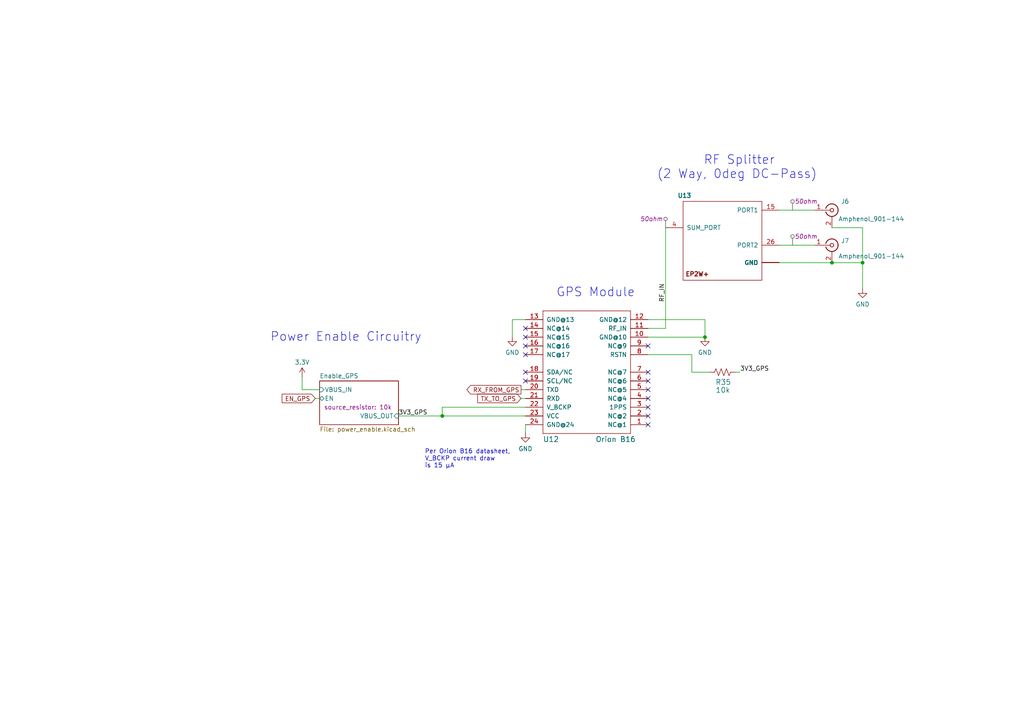
<source format=kicad_sch>
(kicad_sch (version 20250114) (generator "eeschema") (generator_version "9.0")
  (paper "A4")
  (title_block (title "ADCS Main Board") (date "2025-04-07") (rev "1.2") (company "Stanford Student Space Initiative") (comment 1 "Sage Wu"))
  (lib_symbols
    (symbol "Connector:Conn_Coaxial" (pin_names (offset 1.016) (hide yes))
      (property "Reference" "J" (at 0.254 3.048 0))
      (property "Value" "Conn_Coaxial" (at 2.921 0 90))
      (symbol "Conn_Coaxial_0_1"
        (polyline (pts (xy -2.54 0) (xy -0.508 0)))
        (arc (start 1.778 0) (mid 0.222 -1.8079) (end -1.778 -0.508) (stroke (width 0.254)))
        (arc (start -1.778 0.508) (mid 0.2221 1.8084) (end 1.778 0) (stroke (width 0.254)))
        (circle (center 0 0) (radius 0.508) (stroke (width 0.2032)))
        (polyline (pts (xy 0 -2.54) (xy 0 -1.778)))
      )
      (symbol "Conn_Coaxial_1_1"
        (pin passive line (at -5.08 0 0) (length 2.54) (name "In") (number "1"))
        (pin passive line (at 0 -5.08 90) (length 2.54) (name "Ext") (number "2"))
      )
    )
    (symbol "Device:R_US" (pin_numbers (hide yes)) (pin_names (offset 0))
      (property "Reference" "R" (at 2.54 0 90))
      (property "Value" "R_US" (at -2.54 0 90))
      (symbol "R_US_0_1"
        (polyline (pts (xy 0 2.286) (xy 0 2.54)))
        (polyline (pts (xy 0 2.286) (xy 1.016 1.905) (xy 0 1.524) (xy -1.016 1.143) (xy 0 0.762)))
        (polyline (pts (xy 0 0.762) (xy 1.016 0.381) (xy 0 0) (xy -1.016 -0.381) (xy 0 -0.762)))
        (polyline (pts (xy 0 -0.762) (xy 1.016 -1.143) (xy 0 -1.524) (xy -1.016 -1.905) (xy 0 -2.286)))
        (polyline (pts (xy 0 -2.286) (xy 0 -2.54)))
      )
      (symbol "R_US_1_1"
        (pin passive line (at 0 3.81 270) (length 1.27) (name "~") (number "1"))
        (pin passive line (at 0 -3.81 90) (length 1.27) (name "~") (number "2"))
      )
    )
    (symbol "power:+3V3" (power) (pin_numbers (hide yes)) (pin_names (offset 0) (hide yes))
      (property "Value" "+3V3" (at 0 3.556 0))
      (symbol "+3V3_0_1"
        (polyline (pts (xy -0.762 1.27) (xy 0 2.54)))
        (polyline (pts (xy 0 2.54) (xy 0.762 1.27)))
        (polyline (pts (xy 0 0) (xy 0 2.54)))
      )
      (symbol "+3V3_1_1"
        (pin power_in line (at 0 0 90) (length 0) (name "~") (number "1"))
      )
    )
    (symbol "power:GND" (power) (pin_numbers (hide yes)) (pin_names (offset 0) (hide yes))
      (property "Value" "GND" (at 0 -3.81 0))
      (symbol "GND_0_1"
        (polyline (pts (xy 0 0) (xy 0 -1.27) (xy 1.27 -1.27) (xy 0 -2.54) (xy -1.27 -1.27) (xy 0 -1.27)))
      )
      (symbol "GND_1_1"
        (pin power_in line (at 0 0 270) (length 0) (name "~") (number "1"))
      )
    )
    (symbol "ssi_IC:EP2W+" (pin_names (offset 1.016))
      (property "Reference" "U" (at -7.62 10.16 0))
      (symbol "EP2W+_1_0"
        (polyline (pts (xy -12.7 7.62) (xy 10.16 7.62)))
        (polyline (pts (xy -12.7 -15.24) (xy -12.7 7.62)))
        (polyline (pts (xy 10.16 7.62) (xy 10.16 -15.24)))
        (polyline (pts (xy 10.16 -15.24) (xy -12.7 -15.24)))
        (text "EP2W+" (at -5.08 -12.7 0) (effects (font (size 1.27 1.27) (bold yes)) (justify right top)))
        (pin bidirectional line (at -17.78 0 0) (length 5.08) (name "SUM_PORT") (number "4"))
        (pin bidirectional line (at 15.24 5.08 180) (length 5.08) (name "PORT1") (number "15"))
        (pin bidirectional line (at 15.24 -5.08 180) (length 5.08) (name "PORT2") (number "26"))
        (pin power_in line (at 15.24 -10.16 180) (length 5.08) (name "GND") (number "1"))
        (pin power_in line (at 15.24 -10.16 180) (length 5.08) (name "GND") (number "10"))
        (pin power_in line (at 15.24 -10.16 180) (length 5.08) (name "GND") (number "11"))
        (pin power_in line (at 15.24 -10.16 180) (length 5.08) (name "GND") (number "12"))
        (pin power_in line (at 15.24 -10.16 180) (length 5.08) (name "GND") (number "13"))
        (pin power_in line (at 15.24 -10.16 180) (length 5.08) (name "GND") (number "14"))
        (pin power_in line (at 15.24 -10.16 180) (length 5.08) (name "GND") (number "16"))
        (pin power_in line (at 15.24 -10.16 180) (length 5.08) (name "GND") (number "17"))
        (pin power_in line (at 15.24 -10.16 180) (length 5.08) (name "GND") (number "18"))
        (pin power_in line (at 15.24 -10.16 180) (length 5.08) (name "GND") (number "19"))
        (pin power_in line (at 15.24 -10.16 180) (length 5.08) (name "GND") (number "2"))
        (pin power_in line (at 15.24 -10.16 180) (length 5.08) (name "GND") (number "20"))
        (pin power_in line (at 15.24 -10.16 180) (length 5.08) (name "GND") (number "21"))
        (pin power_in line (at 15.24 -10.16 180) (length 5.08) (name "GND") (number "22"))
        (pin power_in line (at 15.24 -10.16 180) (length 5.08) (name "GND") (number "23"))
        (pin power_in line (at 15.24 -10.16 180) (length 5.08) (name "GND") (number "24"))
        (pin power_in line (at 15.24 -10.16 180) (length 5.08) (name "GND") (number "25"))
        (pin power_in line (at 15.24 -10.16 180) (length 5.08) (name "GND") (number "27"))
        (pin power_in line (at 15.24 -10.16 180) (length 5.08) (name "GND") (number "28"))
        (pin power_in line (at 15.24 -10.16 180) (length 5.08) (name "GND") (number "29"))
        (pin power_in line (at 15.24 -10.16 180) (length 5.08) (name "GND") (number "3"))
        (pin power_in line (at 15.24 -10.16 180) (length 5.08) (name "GND") (number "30"))
        (pin power_in line (at 15.24 -10.16 180) (length 5.08) (name "GND") (number "31"))
        (pin power_in line (at 15.24 -10.16 180) (length 5.08) (name "GND") (number "32"))
        (pin power_in line (at 15.24 -10.16 180) (length 5.08) (name "GND") (number "5"))
        (pin power_in line (at 15.24 -10.16 180) (length 5.08) (name "GND") (number "6"))
        (pin power_in line (at 15.24 -10.16 180) (length 5.08) (name "GND") (number "7"))
        (pin power_in line (at 15.24 -10.16 180) (length 5.08) (name "GND") (number "8"))
        (pin power_in line (at 15.24 -10.16 180) (length 5.08) (name "GND") (number "9"))
        (pin power_in line (at 15.24 -10.16 180) (length 5.08) (name "GND") (number "EP"))
      )
    )
    (symbol "ssi_IC:Orion_B16" (pin_names (offset 1.016))
      (property "Reference" "U12" (at -12.7 -20.32 0))
      (property "Value" "Orion B16" (at 2.54 -20.32 0))
      (symbol "Orion_B16_1_0"
        (polyline (pts (xy -12.7 17.78) (xy -12.7 -17.78)))
        (polyline (pts (xy -12.7 -17.78) (xy 12.7 -17.78)))
        (polyline (pts (xy 12.7 17.78) (xy -12.7 17.78)))
        (polyline (pts (xy 12.7 -17.78) (xy 12.7 17.78)))
        (pin power_in line (at -17.78 15.24 0) (length 5.08) (name "GND@13") (number "13"))
        (pin bidirectional line (at -17.78 12.7 0) (length 5.08) (name "NC@14") (number "14"))
        (pin bidirectional line (at -17.78 10.16 0) (length 5.08) (name "NC@15") (number "15"))
        (pin bidirectional line (at -17.78 7.62 0) (length 5.08) (name "NC@16") (number "16"))
        (pin bidirectional line (at -17.78 5.08 0) (length 5.08) (name "NC@17") (number "17"))
        (pin bidirectional line (at -17.78 0 0) (length 5.08) (name "SDA/NC") (number "18"))
        (pin bidirectional line (at -17.78 -2.54 0) (length 5.08) (name "SCL/NC") (number "19"))
        (pin bidirectional line (at -17.78 -5.08 0) (length 5.08) (name "TXD") (number "20"))
        (pin bidirectional line (at -17.78 -7.62 0) (length 5.08) (name "RXD") (number "21"))
        (pin power_in line (at -17.78 -10.16 0) (length 5.08) (name "V_BCKP") (number "22"))
        (pin power_in line (at -17.78 -12.7 0) (length 5.08) (name "VCC") (number "23"))
        (pin power_in line (at -17.78 -15.24 0) (length 5.08) (name "GND@24") (number "24"))
        (pin power_in line (at 17.78 15.24 180) (length 5.08) (name "GND@12") (number "12"))
        (pin bidirectional line (at 17.78 12.7 180) (length 5.08) (name "RF_IN") (number "11"))
        (pin power_in line (at 17.78 10.16 180) (length 5.08) (name "GND@10") (number "10"))
        (pin bidirectional line (at 17.78 7.62 180) (length 5.08) (name "NC@9") (number "9"))
        (pin bidirectional line (at 17.78 5.08 180) (length 5.08) (name "RSTN") (number "8"))
        (pin bidirectional line (at 17.78 0 180) (length 5.08) (name "NC@7") (number "7"))
        (pin bidirectional line (at 17.78 -2.54 180) (length 5.08) (name "NC@6") (number "6"))
        (pin bidirectional line (at 17.78 -5.08 180) (length 5.08) (name "NC@5") (number "5"))
        (pin bidirectional line (at 17.78 -7.62 180) (length 5.08) (name "NC@4") (number "4"))
        (pin bidirectional line (at 17.78 -10.16 180) (length 5.08) (name "1PPS") (number "3"))
        (pin bidirectional line (at 17.78 -12.7 180) (length 5.08) (name "NC@2") (number "2"))
        (pin bidirectional line (at 17.78 -15.24 180) (length 5.08) (name "NC@1") (number "1"))
      )
    )
  )
  (text "Power Enable Circuitry" (at 100.33 97.79 0) (effects (font (size 2.54 2.54))))
  (text "Per Orion B16 datasheet, \nV_BCKP current draw \nis 15 μA" (at 123.19 135.89 0) (effects (font (size 1.27 1.27)) (justify left bottom)))
  (text "       RF Splitter \n(2 Way, 0deg DC-Pass)" (at 190.5 52.07 0) (effects (font (size 2.54 2.54)) (justify left bottom)))
  (text "GPS Module" (at 161.29 86.36 0) (effects (font (size 2.54 2.54)) (justify left bottom)))
  (junction (at 204.47 97.79))
  (junction (at 250.19 76.2))
  (junction (at 128.27 120.65))
  (junction (at 241.3 76.2))
  (no_connect (at 152.4 110.49))
  (no_connect (at 152.4 102.87))
  (no_connect (at 152.4 95.25))
  (no_connect (at 187.96 107.95))
  (no_connect (at 187.96 120.65))
  (no_connect (at 152.4 97.79))
  (no_connect (at 187.96 123.19))
  (no_connect (at 187.96 115.57))
  (no_connect (at 187.96 118.11))
  (no_connect (at 187.96 113.03))
  (no_connect (at 152.4 107.95))
  (no_connect (at 187.96 110.49))
  (no_connect (at 152.4 100.33))
  (no_connect (at 187.96 100.33))
  (wire (pts (xy 151.13 113.03) (xy 152.4 113.03)))
  (wire (pts (xy 200.66 107.95) (xy 205.74 107.95)))
  (wire (pts (xy 152.4 92.71) (xy 148.59 92.71)))
  (wire (pts (xy 187.96 95.25) (xy 193.04 95.25)))
  (wire (pts (xy 87.63 113.03) (xy 87.63 109.22)))
  (wire (pts (xy 152.4 118.11) (xy 128.27 118.11)))
  (wire (pts (xy 193.04 66.04) (xy 193.04 95.25)))
  (wire (pts (xy 151.13 115.57) (xy 152.4 115.57)))
  (wire (pts (xy 187.96 102.87) (xy 200.66 102.87)))
  (wire (pts (xy 250.19 76.2) (xy 250.19 83.82)))
  (wire (pts (xy 226.06 60.96) (xy 236.22 60.96)))
  (wire (pts (xy 148.59 92.71) (xy 148.59 97.79)))
  (wire (pts (xy 187.96 92.71) (xy 204.47 92.71)))
  (wire (pts (xy 204.47 97.79) (xy 187.96 97.79)))
  (wire (pts (xy 128.27 120.65) (xy 152.4 120.65)))
  (wire (pts (xy 200.66 102.87) (xy 200.66 107.95)))
  (wire (pts (xy 250.19 76.2) (xy 241.3 76.2)))
  (wire (pts (xy 250.19 66.04) (xy 241.3 66.04)))
  (wire (pts (xy 115.57 120.65) (xy 128.27 120.65)))
  (wire (pts (xy 92.71 113.03) (xy 87.63 113.03)))
  (wire (pts (xy 213.36 107.95) (xy 214.63 107.95)))
  (wire (pts (xy 250.19 66.04) (xy 250.19 76.2)))
  (wire (pts (xy 91.44 115.57) (xy 92.71 115.57)))
  (wire (pts (xy 226.06 71.12) (xy 236.22 71.12)))
  (wire (pts (xy 204.47 92.71) (xy 204.47 97.79)))
  (wire (pts (xy 152.4 123.19) (xy 152.4 125.73)))
  (wire (pts (xy 226.06 76.2) (xy 241.3 76.2)))
  (wire (pts (xy 128.27 118.11) (xy 128.27 120.65)))
  (label "3V3_GPS" (at 214.63 107.95 0))
  (label "RF_IN" (at 193.04 87.63 90))
  (label "3V3_GPS" (at 115.57 120.65 0))
  (global_label "TX_TO_GPS" (shape input) (at 151.13 115.57 180) (property "Intersheetrefs" "${INTERSHEET_REFS}" (effects (hide yes))))
  (global_label "EN_GPS" (shape input) (at 91.44 115.57 180) (property "Intersheetrefs" "${INTERSHEET_REFS}" (effects (hide yes))))
  (global_label "RX_FROM_GPS" (shape output) (at 151.13 113.03 180) (property "Intersheetrefs" "${INTERSHEET_REFS}" (effects (hide yes))))
  (netclass_flag "" (length 2.54) (shape round) (at 229.87 60.96 0) (property "Netclass" "50ohm" (at 230.4796 58.42 0) (effects (font (italic yes)) (justify left))))
  (netclass_flag "" (length 2.54) (shape round) (at 193.04 66.04 0) (property "Netclass" "50ohm" (at 185.674 63.5 0) (effects (font (italic yes)) (justify left))))
  (netclass_flag "" (length 2.54) (shape round) (at 229.87 71.12 0) (property "Netclass" "50ohm" (at 230.4796 68.58 0) (effects (font (italic yes)) (justify left))))
  (symbol (lib_id "power:GND") (at 148.59 97.79 0) (unit 1)
    (property "Reference" "#PWR01" (effects (hide yes)))
    (property "Value" "GND" (at 148.59 102.235 0))
    (property "Description" "Power symbol creates a global label with name \"GND\" , ground" (effects (hide yes)))
  )
  (symbol (lib_id "Connector:Conn_Coaxial") (at 241.3 71.12 0) (unit 1)
    (property "Reference" "J7" (at 245.11 69.85 0))
    (property "Value" "Amphenol_901-144" (at 252.73 74.295 0))
    (property "Footprint" "Connector_Coaxial:SMA_Amphenol_901-144_Vertical" (effects (hide yes)))
    (property "Description" "coaxial connector (BNC, SMA, SMB, SMC, Cinch/RCA, LEMO, ...)" (effects (hide yes)))
    (property "Flight" "901-144" (effects (hide yes)))
    (property "Manufacturer_Name" "Amphenol" (effects (hide yes)))
    (property "Manufacturer_Part_Number" "901-144" (effects (hide yes)))
    (property "Proto" "901-144" (effects (hide yes)))
  )
  (symbol (lib_id "power:GND") (at 204.47 97.79 0) (unit 1)
    (property "Reference" "#PWR03" (effects (hide yes)))
    (property "Value" "GND" (at 204.47 102.235 0))
    (property "Description" "Power symbol creates a global label with name \"GND\" , ground" (effects (hide yes)))
  )
  (symbol (lib_id "Connector:Conn_Coaxial") (at 241.3 60.96 0) (unit 1)
    (property "Reference" "J6" (at 245.11 58.42 0))
    (property "Value" "Amphenol_901-144" (at 252.73 63.5 0))
    (property "Footprint" "Connector_Coaxial:SMA_Amphenol_901-144_Vertical" (effects (hide yes)))
    (property "Description" "coaxial connector (BNC, SMA, SMB, SMC, Cinch/RCA, LEMO, ...)" (effects (hide yes)))
    (property "Flight" "901-144" (effects (hide yes)))
    (property "Manufacturer_Name" "Amphenol" (effects (hide yes)))
    (property "Manufacturer_Part_Number" "901-144" (effects (hide yes)))
    (property "Proto" "901-144" (effects (hide yes)))
  )
  (symbol (lib_id "power:GND") (at 250.19 83.82 0) (unit 1)
    (property "Reference" "#PWR083" (effects (hide yes)))
    (property "Value" "GND" (at 250.19 88.265 0))
    (property "Description" "Power symbol creates a global label with name \"GND\" , ground" (effects (hide yes)))
  )
  (symbol (lib_id "power:+3V3") (at 87.63 109.22 0) (unit 1)
    (property "Reference" "#PWR080" (effects (hide yes)))
    (property "Value" "3.3V" (at 87.63 105.0869 0))
    (property "Description" "Power symbol creates a global label with name \"+3V3\"" (effects (hide yes)))
  )
  (symbol (lib_id "ssi_IC:Orion_B16") (at 170.18 107.95 0) (unit 1)
    (property "Reference" "U12" (at 157.48 128.27 0) (effects (font (size 1.4986 1.4986)) (justify left bottom)))
    (property "Value" "Orion B16" (at 172.72 128.27 0) (effects (font (size 1.4986 1.4986)) (justify left bottom)))
    (property "Footprint" "ssi_IC:Orion_B16" (effects (hide yes)))
    (property "Datasheet" "${KIPRJMOD}/../datasheets/Orion_B16_FLIGHT.pdf" (effects (hide yes)))
    (property "Manufacturer_Name" "SkyTraq" (effects (hide yes)))
    (property "Flight" "B16" (effects (hide yes)))
  )
  (symbol (lib_id "power:GND") (at 152.4 125.73 0) (unit 1)
    (property "Reference" "#PWR02" (effects (hide yes)))
    (property "Value" "GND" (at 152.4 130.175 0))
    (property "Description" "Power symbol creates a global label with name \"GND\" , ground" (effects (hide yes)))
  )
  (symbol (lib_id "ssi_IC:EP2W+") (at 210.82 66.04 0) (unit 1)
    (property "Reference" "U13" (at 200.66 55.88 0) (effects (font (bold yes)) (justify right top)))
    (property "Value" "EP2W+" (effects (hide yes)))
    (property "Footprint" "ssi_IC:QFN32-5X5MM" (effects (hide yes)))
    (property "Datasheet" "https://www.minicircuits.com/pdfs/EP2W+.pdf" (effects (hide yes)))
    (property "Description" "RF Splitter DC-Pass" (effects (hide yes)))
    (property "Flight" "EP2W+" (effects (hide yes)))
    (property "Manufacturer_Name" "Mini Circuits" (effects (hide yes)))
  )
  (symbol (lib_id "Device:R_US") (at 209.55 107.95 90) (unit 1)
    (property "Reference" "R35" (at 212.09 109.982 90) (effects (font (size 1.4986 1.4986)) (justify left bottom)))
    (property "Value" "10k" (at 211.836 112.268 90) (effects (font (size 1.4986 1.4986)) (justify left bottom)))
    (property "Footprint" "Resistor_SMD:R_0603_1608Metric" (effects (hide yes)))
    (property "Description" "Resistor, US symbol" (effects (hide yes)))
  )
  (sheet (at 92.71 110.49) (size 22.86 12.7) (stroke (width 0.1524))
    (property "Sheetname" "Enable_GPS" (at 92.71 109.7784 0) (effects (justify left bottom)))
    (property "Sheetfile" "power_enable.kicad_sch" (at 92.71 123.7746 0) (effects (justify left top)))
    (property "source_resistor" "10k" (at 103.8098 118.11 0) (show_name yes))
    (pin "VBUS_IN" input (at 92.71 113.03 180))
    (pin "EN" bidirectional (at 92.71 115.57 180))
    (pin "VBUS_OUT" input (at 115.57 120.65 0))
  )
)
</source>
